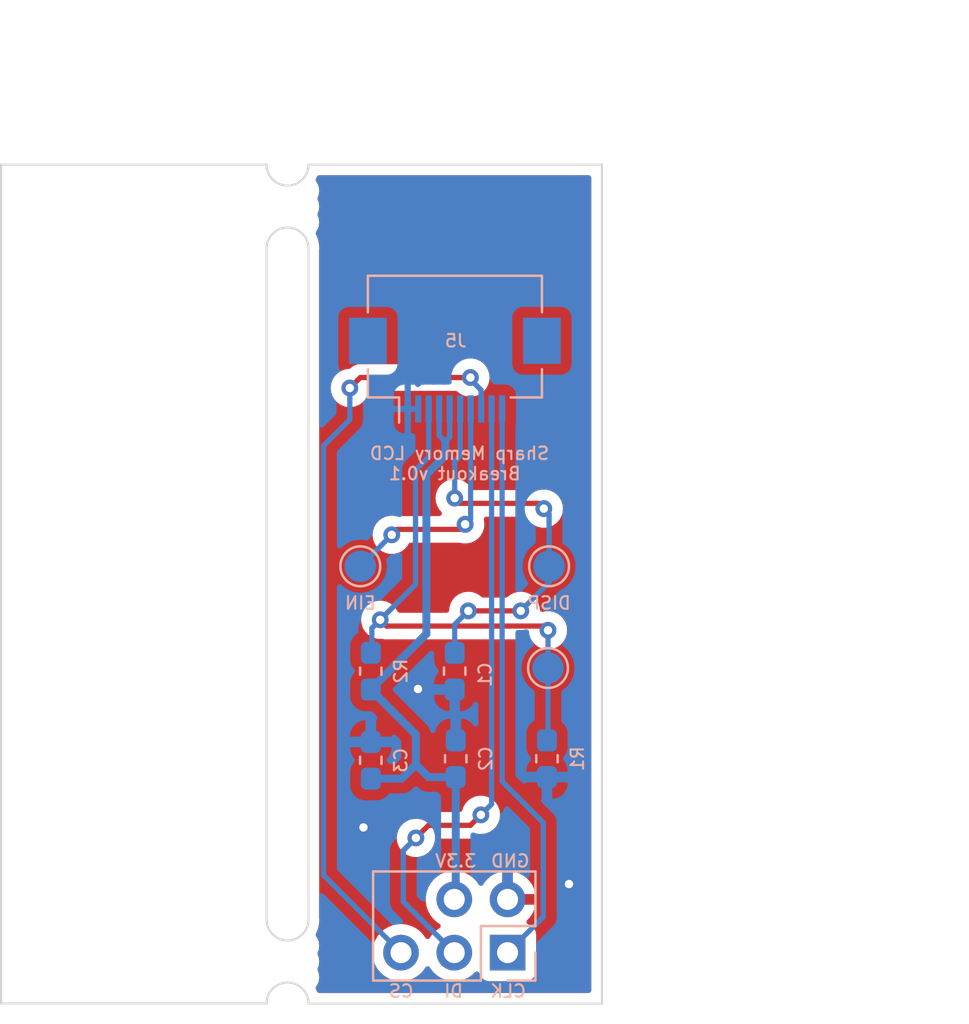
<source format=kicad_pcb>
(kicad_pcb (version 20210228) (generator pcbnew)
  (title_block (title "SHARP Memory LCD Breakout") (date "2021-10-20") (rev "1"))
  (layers (0 "F.Cu" signal) (31 "B.Cu" signal) (34 "B.Paste" user) (35 "F.Paste" user) (36 "B.SilkS" user "B.Silkscreen") (37 "F.SilkS" user "F.Silkscreen") (38 "B.Mask" user) (39 "F.Mask" user) (44 "Edge.Cuts" user))
  (net 0 "")
  (net 1 "GND")
  (net 2 "Net-(C1-Pad1)")
  (net 3 "+3V3")
  (net 4 "Net-(J1-Pad1)")
  (net 5 "Net-(J3-Pad1)")
  (net 6 "Net-(J4-Pad5)")
  (net 7 "Net-(J4-Pad3)")
  (net 8 "Net-(J4-Pad1)")
  (footprint "SharpMemoryLcdBreakout:mouse-bite-2mm-slot" (layer "F.Cu") (at 89.23 74.14 90)
    (fp_text reference "mouse-bite-2mm-slot" hide)
    (fp_text value "VAL**" hide)
    (pad "" np_thru_hole circle (at 0 -0.75 90) (size 0.5 0.5) (drill 0.5) (layers *.Cu *.Mask))
    (pad "" np_thru_hole circle (at -0.75 -0.75 90) (size 0.5 0.5) (drill 0.5) (layers *.Cu *.Mask))
    (pad "" np_thru_hole circle (at -0.75 0.75 90) (size 0.5 0.5) (drill 0.5) (layers *.Cu *.Mask))
    (pad "" np_thru_hole circle (at 0 0.75 90) (size 0.5 0.5) (drill 0.5) (layers *.Cu *.Mask))
    (pad "" np_thru_hole circle (at 0.75 -0.75 90) (size 0.5 0.5) (drill 0.5) (layers *.Cu *.Mask))
    (pad "" np_thru_hole circle (at 0.75 0.75 90) (size 0.5 0.5) (drill 0.5) (layers *.Cu *.Mask))
  )
  (footprint "SharpMemoryLcdBreakout:mouse-bite-2mm-slot" (layer "F.Cu") (at 89.23 38.15 90)
    (fp_text reference "mouse-bite-2mm-slot" hide)
    (fp_text value "VAL**" hide)
    (pad "" np_thru_hole circle (at 0 -0.75 90) (size 0.5 0.5) (drill 0.5) (layers *.Cu *.Mask))
    (pad "" np_thru_hole circle (at -0.75 -0.75 90) (size 0.5 0.5) (drill 0.5) (layers *.Cu *.Mask))
    (pad "" np_thru_hole circle (at -0.75 0.75 90) (size 0.5 0.5) (drill 0.5) (layers *.Cu *.Mask))
    (pad "" np_thru_hole circle (at 0 0.75 90) (size 0.5 0.5) (drill 0.5) (layers *.Cu *.Mask))
    (pad "" np_thru_hole circle (at 0.75 -0.75 90) (size 0.5 0.5) (drill 0.5) (layers *.Cu *.Mask))
    (pad "" np_thru_hole circle (at 0.75 0.75 90) (size 0.5 0.5) (drill 0.5) (layers *.Cu *.Mask))
  )
  (footprint "TestPoint:TestPoint_Pad_D1.5mm" (layer "B.Cu") (at 92.7 55.3 180)
    (fp_text reference "J3" hide)
    (fp_text value "EIN" (at 0 -1.75) (layer "B.SilkS") (effects (font (size 0.6 0.6) (thickness 0.1)) (justify mirror)))
    (fp_circle (center 0 0) (end 0 -0.95) (layer "B.SilkS") (width 0.12) (fill none))
    (pad "1" smd circle (at 0 0 180) (size 1.5 1.5) (layers "B.Cu" "B.Mask") (net 5 "Net-(J3-Pad1)"))
  )
  (footprint "Connector_FFC-FPC:Hirose_FH12-10S-0.5SH_1x10-1MP_P0.50mm_Horizontal" (layer "B.Cu") (at 97.21 45.95)
    (fp_text reference "J5" (at 0.04 -1.4) (layer "B.SilkS") (effects (font (size 0.6 0.6) (thickness 0.1)) (justify mirror)))
    (fp_text value "FH12-10S-0.5SH")
    (fp_line (start -4.15 1.3) (end -4.15 -0.04) (layer "B.SilkS") (width 0.12))
    (fp_line (start -2.66 1.3) (end -2.66 2.5) (layer "B.SilkS") (width 0.12))
    (fp_line (start 4.15 1.3) (end 4.15 -0.04) (layer "B.SilkS") (width 0.12))
    (fp_line (start -2.66 1.3) (end -4.15 1.3) (layer "B.SilkS") (width 0.12))
    (fp_line (start 2.66 1.3) (end 4.15 1.3) (layer "B.SilkS") (width 0.12))
    (fp_line (start 4.15 -4.5) (end 4.15 -2.76) (layer "B.SilkS") (width 0.12))
    (fp_line (start -4.15 -4.5) (end 4.15 -4.5) (layer "B.SilkS") (width 0.12))
    (fp_line (start -4.15 -2.76) (end -4.15 -4.5) (layer "B.SilkS") (width 0.12))
    (pad "1" smd rect (at -2.25 1.85) (size 0.3 1.3) (layers "B.Cu" "B.Paste" "B.Mask") (net 1 "GND"))
    (pad "2" smd rect (at -1.75 1.85) (size 0.3 1.3) (layers "B.Cu" "B.Paste" "B.Mask") (net 1 "GND"))
    (pad "3" smd rect (at -1.25 1.85) (size 0.3 1.3) (layers "B.Cu" "B.Paste" "B.Mask") (net 4 "Net-(J1-Pad1)"))
    (pad "4" smd rect (at -0.75 1.85) (size 0.3 1.3) (layers "B.Cu" "B.Paste" "B.Mask") (net 3 "+3V3"))
    (pad "5" smd rect (at -0.25 1.85) (size 0.3 1.3) (layers "B.Cu" "B.Paste" "B.Mask") (net 3 "+3V3"))
    (pad "6" smd rect (at 0.25 1.85) (size 0.3 1.3) (layers "B.Cu" "B.Paste" "B.Mask") (net 2 "Net-(C1-Pad1)"))
    (pad "7" smd rect (at 0.75 1.85) (size 0.3 1.3) (layers "B.Cu" "B.Paste" "B.Mask") (net 5 "Net-(J3-Pad1)"))
    (pad "8" smd rect (at 1.25 1.85) (size 0.3 1.3) (layers "B.Cu" "B.Paste" "B.Mask") (net 6 "Net-(J4-Pad5)"))
    (pad "9" smd rect (at 1.75 1.85) (size 0.3 1.3) (layers "B.Cu" "B.Paste" "B.Mask") (net 7 "Net-(J4-Pad3)"))
    (pad "10" smd rect (at 2.25 1.85) (size 0.3 1.3) (layers "B.Cu" "B.Paste" "B.Mask") (net 8 "Net-(J4-Pad1)"))
    (pad "MP" smd rect (at 4.15 -1.4) (size 1.8 2.2) (layers "B.Cu" "B.Paste" "B.Mask"))
    (pad "MP" smd rect (at -4.15 -1.4) (size 1.8 2.2) (layers "B.Cu" "B.Paste" "B.Mask"))
  )
  (footprint "TestPoint:TestPoint_Pad_D1.5mm" (layer "B.Cu") (at 101.7 55.3 180)
    (fp_text reference "J2" hide)
    (fp_text value "DISP" (at 0 -1.75) (layer "B.SilkS") (effects (font (size 0.6 0.6) (thickness 0.1)) (justify mirror)))
    (fp_circle (center 0 0) (end 0 -0.95) (layer "B.SilkS") (width 0.12) (fill none))
    (pad "1" smd circle (at 0 0 180) (size 1.5 1.5) (layers "B.Cu" "B.Mask") (net 2 "Net-(C1-Pad1)"))
  )
  (footprint "Capacitor_SMD:C_0603_1608Metric_Pad1.05x0.95mm_HandSolder" (layer "B.Cu") (at 93.2 64.55 90)
    (fp_text reference "C3" (at 0 1.43 90) (layer "B.SilkS") (effects (font (size 0.6 0.6) (thickness 0.1)) (justify mirror)))
    (fp_text value "0.1uF")
    (fp_line (start -0.171267 0.51) (end 0.171267 0.51) (layer "B.SilkS") (width 0.12))
    (fp_line (start -0.171267 -0.51) (end 0.171267 -0.51) (layer "B.SilkS") (width 0.12))
    (pad "1" smd roundrect (at -0.875 0 90) (size 1.05 0.95) (layers "B.Cu" "B.Paste" "B.Mask") (net 3 "+3V3"))
    (pad "2" smd roundrect (at 0.875 0 90) (size 1.05 0.95) (layers "B.Cu" "B.Paste" "B.Mask") (net 1 "GND"))
  )
  (footprint "Resistor_SMD:R_0603_1608Metric_Pad1.05x0.95mm_HandSolder" (layer "B.Cu") (at 101.6 64.475 -90)
    (fp_text reference "R1" (at 0 -1.45 90) (layer "B.SilkS") (effects (font (size 0.6 0.6) (thickness 0.1)) (justify mirror)))
    (fp_text value "10kΩ")
    (fp_line (start -0.171267 0.51) (end 0.171267 0.51) (layer "B.SilkS") (width 0.12))
    (fp_line (start -0.171267 -0.51) (end 0.171267 -0.51) (layer "B.SilkS") (width 0.12))
    (pad "1" smd roundrect (at -0.875 0 270) (size 1.05 0.95) (layers "B.Cu" "B.Paste" "B.Mask") (net 4 "Net-(J1-Pad1)"))
    (pad "2" smd roundrect (at 0.875 0 270) (size 1.05 0.95) (layers "B.Cu" "B.Paste" "B.Mask") (net 1 "GND"))
  )
  (footprint "TestPoint:TestPoint_Pad_D1.5mm" (layer "B.Cu") (at 101.65 60.15 180)
    (fp_text reference "J1" hide)
    (fp_text value "EMD")
    (fp_circle (center 0 0) (end 0 -0.95) (layer "B.SilkS") (width 0.12) (fill none))
    (pad "1" smd circle (at 0 0 180) (size 1.5 1.5) (layers "B.Cu" "B.Mask") (net 4 "Net-(J1-Pad1)"))
  )
  (footprint "Capacitor_SMD:C_0603_1608Metric_Pad1.05x0.95mm_HandSolder" (layer "B.Cu") (at 97.2 60.3 -90)
    (fp_text reference "C1" (at 0.171267 -1.45 90) (layer "B.SilkS") (effects (font (size 0.6 0.6) (thickness 0.1)) (justify mirror)))
    (fp_text value "0.1uF")
    (fp_line (start -0.171267 -0.51) (end 0.171267 -0.51) (layer "B.SilkS") (width 0.12))
    (fp_line (start -0.171267 0.51) (end 0.171267 0.51) (layer "B.SilkS") (width 0.12))
    (pad "1" smd roundrect (at -0.875 0 270) (size 1.05 0.95) (layers "B.Cu" "B.Paste" "B.Mask") (net 2 "Net-(C1-Pad1)"))
    (pad "2" smd roundrect (at 0.875 0 270) (size 1.05 0.95) (layers "B.Cu" "B.Paste" "B.Mask") (net 1 "GND"))
  )
  (footprint "Resistor_SMD:R_0603_1608Metric_Pad1.05x0.95mm_HandSolder" (layer "B.Cu") (at 93.2 60.3 90)
    (fp_text reference "R2" (at 0 1.43 90) (layer "B.SilkS") (effects (font (size 0.6 0.6) (thickness 0.1)) (justify mirror)))
    (fp_text value "10kΩ")
    (fp_line (start -0.171267 -0.51) (end 0.171267 -0.51) (layer "B.SilkS") (width 0.12))
    (fp_line (start -0.171267 0.51) (end 0.171267 0.51) (layer "B.SilkS") (width 0.12))
    (pad "1" smd roundrect (at -0.875 0 90) (size 1.05 0.95) (layers "B.Cu" "B.Paste" "B.Mask") (net 3 "+3V3"))
    (pad "2" smd roundrect (at 0.875 0 90) (size 1.05 0.95) (layers "B.Cu" "B.Paste" "B.Mask") (net 4 "Net-(J1-Pad1)"))
  )
  (footprint "Capacitor_SMD:C_0603_1608Metric_Pad1.05x0.95mm_HandSolder" (layer "B.Cu") (at 97.25 64.475 90)
    (fp_text reference "C2" (at 0 1.43 90) (layer "B.SilkS") (effects (font (size 0.6 0.6) (thickness 0.1)) (justify mirror)))
    (fp_text value "0.1uF")
    (fp_line (start -0.171267 0.51) (end 0.171267 0.51) (layer "B.SilkS") (width 0.12))
    (fp_line (start -0.171267 -0.51) (end 0.171267 -0.51) (layer "B.SilkS") (width 0.12))
    (pad "1" smd roundrect (at -0.875 0 90) (size 1.05 0.95) (layers "B.Cu" "B.Paste" "B.Mask") (net 3 "+3V3"))
    (pad "2" smd roundrect (at 0.875 0 90) (size 1.05 0.95) (layers "B.Cu" "B.Paste" "B.Mask") (net 1 "GND"))
  )
  (footprint "SharpMemoryLcdBreakout:PinHeader_2Rows-05Pins_P2.54mm_Vertical" (layer "B.Cu") (at 99.72 73.72 90)
    (fp_text reference "J4" hide)
    (fp_text value "Conn_2Rows-05Pins" hide)
    (fp_line (start -1.33 -1.27) (end 1.27 -1.27) (layer "B.SilkS") (width 0.12))
    (fp_line (start -1.33 -6.41) (end 3.87 -6.41) (layer "B.SilkS") (width 0.12))
    (fp_line (start 1.27 -1.27) (end 1.27 1.33) (layer "B.SilkS") (width 0.12))
    (fp_line (start -1.33 -1.27) (end -1.33 -6.41) (layer "B.SilkS") (width 0.12))
    (fp_line (start 3.87 1.33) (end 3.87 -6.41) (layer "B.SilkS") (width 0.12))
    (fp_line (start -1.33 1.33) (end 0 1.33) (layer "B.SilkS") (width 0.12))
    (fp_line (start 1.27 1.33) (end 3.87 1.33) (layer "B.SilkS") (width 0.12))
    (fp_line (start -1.33 0) (end -1.33 1.33) (layer "B.SilkS") (width 0.12))
    (pad "1" thru_hole rect (at 0 0 90) (size 1.7 1.7) (drill 1) (layers *.Cu *.Mask) (net 8 "Net-(J4-Pad1)"))
    (pad "2" thru_hole oval (at 2.54 0 90) (size 1.7 1.7) (drill 1) (layers *.Cu *.Mask) (net 1 "GND"))
    (pad "3" thru_hole oval (at 0 -2.54 90) (size 1.7 1.7) (drill 1) (layers *.Cu *.Mask) (net 7 "Net-(J4-Pad3)"))
    (pad "4" thru_hole oval (at 2.54 -2.54 90) (size 1.7 1.7) (drill 1) (layers *.Cu *.Mask) (net 3 "+3V3"))
    (pad "5" thru_hole oval (at 0 -5.08 90) (size 1.7 1.7) (drill 1) (layers *.Cu *.Mask) (net 6 "Net-(J4-Pad5)"))
  )
  (gr_line (start 90.230049 36.15) (end 104.22 36.15) (layer "Edge.Cuts") (width 0.1))
  (gr_line (start 104.22 36.15) (end 104.22 76.15) (layer "Edge.Cuts") (width 0.1))
  (gr_line (start 88.23 40.15) (end 88.229951 72.14) (layer "Edge.Cuts") (width 0.1))
  (gr_line (start 90.230049 72.14) (end 90.23 40.15) (layer "Edge.Cuts") (width 0.1))
  (gr_arc (start 89.23 72.14) (end 90.230049 72.14) (angle 180) (layer "Edge.Cuts") (width 0.1))
  (gr_line (start 75.57 76.14) (end 75.57 36.15) (layer "Edge.Cuts") (width 0.1))
  (gr_arc (start 89.230025 76.14) (end 90.23 76.15) (angle -180.572953) (layer "Edge.Cuts") (width 0.1))
  (gr_arc (start 89.23 36.15) (end 90.230049 36.15) (angle 180) (layer "Edge.Cuts") (width 0.1))
  (gr_line (start 88.229951 36.15) (end 75.57 36.15) (layer "Edge.Cuts") (width 0.1))
  (gr_arc (start 89.23 40.15) (end 90.23 40.15) (angle -180) (layer "Edge.Cuts") (width 0.1))
  (gr_line (start 90.23 76.15) (end 104.22 76.15) (layer "Edge.Cuts") (width 0.1))
  (gr_line (start 88.23 76.14) (end 75.57 76.14) (layer "Edge.Cuts") (width 0.1))
  (gr_text "CS" (at 94.65 75.55) (layer "B.SilkS") (effects (font (size 0.6 0.6) (thickness 0.1)) (justify mirror)))
  (gr_text "GND" (at 99.85 69.35) (layer "B.SilkS") (effects (font (size 0.6 0.6) (thickness 0.1)) (justify mirror)))
  (gr_text "Sharp Memory LCD \nBreakout v0.1" (at 97.2 50.4) (layer "B.SilkS") (effects (font (size 0.6 0.6) (thickness 0.1)) (justify mirror)))
  (gr_text "CLK" (at 99.75 75.55) (layer "B.SilkS") (effects (font (size 0.6 0.6) (thickness 0.1)) (justify mirror)))
  (gr_text "DI" (at 97.15 75.55) (layer "B.SilkS") (effects (font (size 0.6 0.6) (thickness 0.1)) (justify mirror)))
  (gr_text "3.3V" (at 97.25 69.35) (layer "B.SilkS") (effects (font (size 0.6 0.6) (thickness 0.1)) (justify mirror)))
  (segment (start 99.72 71.18) (end 101.92 71.18) (width 0.254) (layer "F.Cu") (net 1))
  (segment (start 101.92 71.18) (end 102.65 70.45) (width 0.254) (layer "F.Cu") (net 1))
  (via (at 92.85 67.75) (size 0.8) (drill 0.4) (layers "F.Cu" "B.Cu") (net 1))
  (via (at 102.65 70.45) (size 0.8) (drill 0.4) (layers "F.Cu" "B.Cu") (net 1))
  (via (at 95.45 61.15) (size 0.8) (drill 0.4) (layers "F.Cu" "B.Cu") (net 1))
  (segment (start 95.46 47.8) (end 94.96 47.8) (width 0.254) (layer "B.Cu") (net 1))
  (segment (start 97.85 57.4255) (end 100.35 57.4255) (width 0.25) (layer "F.Cu") (net 2))
  (segment (start 97.45 52.3) (end 101.2 52.3) (width 0.25) (layer "F.Cu") (net 2))
  (segment (start 97.2 52.05) (end 97.45 52.3) (width 0.25) (layer "F.Cu") (net 2))
  (segment (start 101.2 52.3) (end 101.45 52.55) (width 0.25) (layer "F.Cu") (net 2))
  (via (at 97.85 57.4255) (size 0.8) (drill 0.4) (layers "F.Cu" "B.Cu") (net 2))
  (via (at 100.35 57.4255) (size 0.8) (drill 0.4) (layers "F.Cu" "B.Cu") (net 2))
  (via (at 97.2 52.05) (size 0.8) (drill 0.4) (layers "F.Cu" "B.Cu") (net 2))
  (via (at 101.45 52.55) (size 0.8) (drill 0.4) (layers "F.Cu" "B.Cu") (net 2))
  (segment (start 101.7 52.8) (end 101.7 55.3) (width 0.25) (layer "B.Cu") (net 2))
  (segment (start 97.2 50.3) (end 97.46 50.04) (width 0.25) (layer "B.Cu") (net 2))
  (segment (start 101.45 52.55) (end 101.7 52.8) (width 0.25) (layer "B.Cu") (net 2))
  (segment (start 100.35 57.4255) (end 101.7 56.0755) (width 0.25) (layer "B.Cu") (net 2))
  (segment (start 97.85 57.4255) (end 97.2 58.0755) (width 0.25) (layer "B.Cu") (net 2))
  (segment (start 101.7 56.0755) (end 101.7 55.3) (width 0.25) (layer "B.Cu") (net 2))
  (segment (start 97.46 50.04) (end 97.46 47.8) (width 0.25) (layer "B.Cu") (net 2))
  (segment (start 97.2 52.05) (end 97.2 50.3) (width 0.25) (layer "B.Cu") (net 2))
  (segment (start 97.2 58.0755) (end 97.2 59.425) (width 0.25) (layer "B.Cu") (net 2))
  (segment (start 94.675 65.425) (end 95.35 64.75) (width 0.381) (layer "B.Cu") (net 3))
  (segment (start 95.35 64.75) (end 95.95 65.35) (width 0.381) (layer "B.Cu") (net 3))
  (segment (start 93.2 61.175) (end 95.85 58.525) (width 0.381) (layer "B.Cu") (net 3))
  (segment (start 96.96 47.8) (end 96.96 49.14) (width 0.254) (layer "B.Cu") (net 3))
  (segment (start 96.75 49.35) (end 96.46 49.06) (width 0.254) (layer "B.Cu") (net 3))
  (segment (start 97.25 65.35) (end 97.25 71.11) (width 0.381) (layer "B.Cu") (net 3))
  (segment (start 95.35 63.325) (end 93.2 61.175) (width 0.381) (layer "B.Cu") (net 3))
  (segment (start 93.2 65.425) (end 94.675 65.425) (width 0.381) (layer "B.Cu") (net 3))
  (segment (start 97.225 71.135) (end 97.18 71.18) (width 0.381) (layer "B.Cu") (net 3))
  (segment (start 95.95 65.35) (end 97.25 65.35) (width 0.381) (layer "B.Cu") (net 3))
  (segment (start 96.46 49.06) (end 96.46 47.8) (width 0.254) (layer "B.Cu") (net 3))
  (segment (start 95.85 58.525) (end 95.85 50.921652) (width 0.381) (layer "B.Cu") (net 3))
  (segment (start 96.75 50.021652) (end 96.75 49.35) (width 0.381) (layer "B.Cu") (net 3))
  (segment (start 95.35 64.75) (end 95.35 63.325) (width 0.381) (layer "B.Cu") (net 3))
  (segment (start 96.96 49.14) (end 96.75 49.35) (width 0.254) (layer "B.Cu") (net 3))
  (segment (start 95.85 50.921652) (end 96.75 50.021652) (width 0.381) (layer "B.Cu") (net 3))
  (segment (start 97.25 71.11) (end 97.18 71.18) (width 0.381) (layer "B.Cu") (net 3))
  (segment (start 93.65 57.85) (end 93.95 58.15) (width 0.25) (layer "F.Cu") (net 4))
  (segment (start 101.45 58.15) (end 101.65 58.35) (width 0.25) (layer "F.Cu") (net 4))
  (segment (start 93.95 58.15) (end 101.45 58.15) (width 0.25) (layer "F.Cu") (net 4))
  (via (at 101.65 58.35) (size 0.8) (drill 0.4) (layers "F.Cu" "B.Cu") (net 4))
  (via (at 93.65 57.85) (size 0.8) (drill 0.4) (layers "F.Cu" "B.Cu") (net 4))
  (segment (start 93.25 58.25) (end 93.25 59.375) (width 0.25) (layer "B.Cu") (net 4))
  (segment (start 93.65 57.85) (end 93.25 58.25) (width 0.25) (layer "B.Cu") (net 4))
  (segment (start 93.65 57.85) (end 95.33298 56.16702) (width 0.254) (layer "B.Cu") (net 4))
  (segment (start 93.25 59.375) (end 93.2 59.425) (width 0.25) (layer "B.Cu") (net 4))
  (segment (start 101.65 63.55) (end 101.6 63.6) (width 0.25) (layer "B.Cu") (net 4))
  (segment (start 95.96 50.080476) (end 95.96 47.8) (width 0.254) (layer "B.Cu") (net 4))
  (segment (start 101.65 60.15) (end 101.65 58.35) (width 0.25) (layer "B.Cu") (net 4))
  (segment (start 101.65 60.15) (end 101.65 63.55) (width 0.25) (layer "B.Cu") (net 4))
  (segment (start 95.33298 56.16702) (end 95.33298 50.707496) (width 0.254) (layer "B.Cu") (net 4))
  (segment (start 95.33298 50.707496) (end 95.96 50.080476) (width 0.254) (layer "B.Cu") (net 4))
  (segment (start 97.7 53.3) (end 97.46 53.54) (width 0.25) (layer "F.Cu") (net 5))
  (segment (start 97.46 53.54) (end 94.46 53.54) (width 0.25) (layer "F.Cu") (net 5))
  (segment (start 94.46 53.54) (end 94.2 53.8) (width 0.25) (layer "F.Cu") (net 5))
  (via (at 94.2 53.8) (size 0.8) (drill 0.4) (layers "F.Cu" "B.Cu") (net 5))
  (via (at 97.7 53.3) (size 0.8) (drill 0.4) (layers "F.Cu" "B.Cu") (net 5))
  (via (at 97.7 53.3) (size 0.8) (drill 0.4) (layers "F.Cu" "B.Cu") (net 5))
  (segment (start 97.96 47.8) (end 97.96 53.04) (width 0.25) (layer "B.Cu") (net 5))
  (segment (start 97.96 53.04) (end 97.7 53.3) (width 0.25) (layer "B.Cu") (net 5))
  (segment (start 94.2 53.8) (end 92.7 55.3) (width 0.25) (layer "B.Cu") (net 5))
  (segment (start 92.7 46.3) (end 97.95 46.3) (width 0.25) (layer "F.Cu") (net 6))
  (segment (start 92.2 46.8) (end 92.7 46.3) (width 0.25) (layer "F.Cu") (net 6))
  (via (at 97.95 46.3) (size 0.8) (drill 0.4) (layers "F.Cu" "B.Cu") (net 6))
  (via (at 92.2 46.8) (size 0.8) (drill 0.4) (layers "F.Cu" "B.Cu") (net 6))
  (segment (start 98.46 46.9) (end 98.46 47.8) (width 0.25) (layer "B.Cu") (net 6))
  (segment (start 90.95 70.03) (end 94.64 73.72) (width 0.25) (layer "B.Cu") (net 6))
  (segment (start 97.95 46.3) (end 97.95 46.39) (width 0.25) (layer "B.Cu") (net 6))
  (segment (start 92.2 48.3) (end 90.95 49.55) (width 0.25) (layer "B.Cu") (net 6))
  (segment (start 90.95 49.55) (end 90.95 69.65) (width 0.25) (layer "B.Cu") (net 6))
  (segment (start 90.95 69.65) (end 90.95 70.03) (width 0.25) (layer "B.Cu") (net 6))
  (segment (start 97.95 46.39) (end 98.46 46.9) (width 0.25) (layer "B.Cu") (net 6))
  (segment (start 92.2 46.8) (end 92.2 48.3) (width 0.25) (layer "B.Cu") (net 6))
  (segment (start 97.95 67.65) (end 95.95 67.65) (width 0.25) (layer "F.Cu") (net 7))
  (segment (start 95.95 67.65) (end 95.35 68.25) (width 0.25) (layer "F.Cu") (net 7))
  (segment (start 98.45 67.15) (end 97.95 67.65) (width 0.25) (layer "F.Cu") (net 7))
  (via (at 95.35 68.25) (size 0.8) (drill 0.4) (layers "F.Cu" "B.Cu") (net 7))
  (via (at 98.45 67.15) (size 0.8) (drill 0.4) (layers "F.Cu" "B.Cu") (net 7))
  (segment (start 95.35 68.25) (end 94.75 68.85) (width 0.254) (layer "B.Cu") (net 7))
  (segment (start 98.45 67.15) (end 98.96 66.64) (width 0.25) (layer "B.Cu") (net 7))
  (segment (start 94.75 68.85) (end 94.75 71.29) (width 0.254) (layer "B.Cu") (net 7))
  (segment (start 98.96 66.64) (end 98.96 47.8) (width 0.25) (layer "B.Cu") (net 7))
  (segment (start 94.75 71.29) (end 97.18 73.72) (width 0.254) (layer "B.Cu") (net 7))
  (segment (start 101.425 67.525) (end 99.46 65.56) (width 0.25) (layer "B.Cu") (net 8))
  (segment (start 99.46 65.56) (end 99.46 47.8) (width 0.25) (layer "B.Cu") (net 8))
  (segment (start 99.72 73.72) (end 101.425 72.015) (width 0.25) (layer "B.Cu") (net 8))
  (segment (start 101.425 72.015) (end 101.425 67.525) (width 0.25) (layer "B.Cu") (net 8))
  (zone (net 1) (net_name "GND") (layers F&B.Cu) (connect_pads (clearance 0.508)) (min_thickness 0.254) (fill yes (thermal_gap 0.508) (thermal_bridge_width 0.508))
    (polygon (pts (xy 104.15 76.05) (xy 90.35 76.05) (xy 90.35 36.25) (xy 104.15 36.25)))
  )
)
</source>
